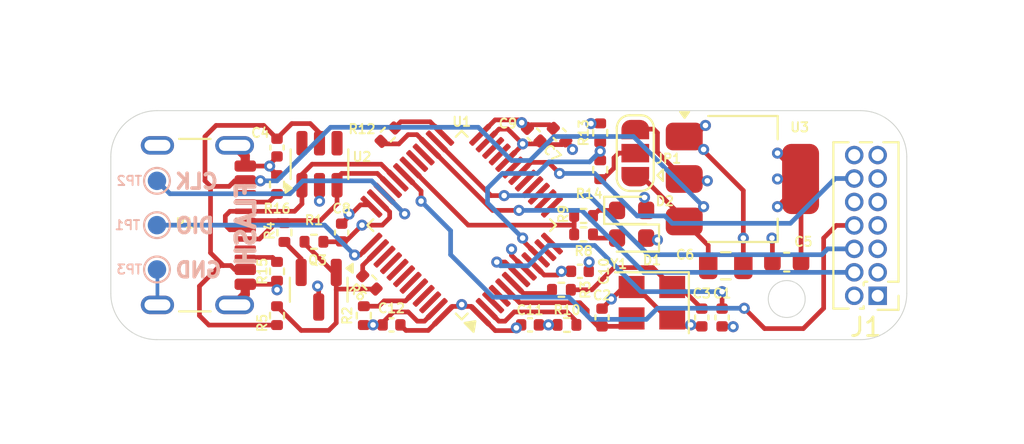
<source format=kicad_pcb>
(kicad_pcb (version 20240108) (generator "pcbnew") (generator_version "8.0")
  (layers (0 "F.Cu" signal) (1 "In1.Cu" power) (2 "In2.Cu" power) (31 "B.Cu" signal) (34 "B.Paste" user) (35 "F.Paste" user) (36 "B.SilkS" user "B.Silkscreen") (37 "F.SilkS" user "F.Silkscreen") (38 "B.Mask" user) (39 "F.Mask" user) (44 "Edge.Cuts" user))
  (net 0 "")
  (net 1 "/NRST")
  (net 2 "GND")
  (net 3 "/OSCIN")
  (net 4 "/OSCLO")
  (net 5 "VBUS")
  (net 6 "+3V3")
  (net 7 "/LEDR")
  (net 8 "/T_CLK")
  (net 9 "/T_RST")
  (net 10 "/T_SWO")
  (net 11 "/T_DIO")
  (net 12 "/SNSP")
  (net 13 "/USB_D+")
  (net 15 "/USB_D-")
  (net 16 "Net-(P1-CC1)")
  (net 17 "Net-(P1-CC2)")
  (net 19 "/RNMLOW")
  (net 20 "/BOOT0")
  (net 21 "/OSCOUT")
  (net 22 "/RENUM")
  (net 23 "/LED")
  (net 24 "Net-(U1-PC13)")
  (net 25 "Net-(U1-PB12)")
  (net 26 "/PWRSNS")
  (net 27 "/S_CLK")
  (net 28 "/S_DIO")
  (net 58 "/LEDG")
  (net 59 "Net-(Q3-B)")
  (footprint "Resistor_SMD:R_0402_1005Metric" (layer "F.Cu") (at 93.4 82.4 -90)
    (property "Reference" "R15")
    (property "Value" "5k1")
  )
  (footprint "Jumper:SolderJumper-3_P1.3mm_Open_RoundedPad1.0x1.5mm" (layer "F.Cu") (at 112.8 76 90)
    (property "Reference" "JP1")
    (property "Value" "SolderJumper_3_Open")
  )
  (footprint "Capacitor_SMD:C_0402_1005Metric" (layer "F.Cu") (at 108.7 75 -45)
    (property "Reference" "C7")
    (property "Value" "10u")
  )
  (footprint "Package_TO_SOT_SMD:SOT-23" (layer "F.Cu") (at 95.657637 83.396694 -90)
    (property "Reference" "Q3")
    (property "Value" "MMBT3904")
  )
  (footprint "Resistor_SMD:R_0402_1005Metric" (layer "F.Cu") (at 98.1 84.8 -90)
    (property "Reference" "R2")
    (property "Value" "10k")
  )
  (footprint "Capacitor_SMD:C_0402_1005Metric" (layer "F.Cu") (at 96.9 80.3 -90)
    (property "Reference" "C8")
    (property "Value" "100n")
  )
  (footprint "Resistor_SMD:R_0402_1005Metric" (layer "F.Cu") (at 108.8 83.4 180)
    (property "Reference" "R3")
    (property "Value" "330")
  )
  (footprint "Resistor_SMD:R_0402_1005Metric" (layer "F.Cu") (at 95.4 80.8)
    (property "Reference" "R1")
    (property "Value" "36k")
  )
  (footprint "Capacitor_SMD:C_0402_1005Metric" (layer "F.Cu") (at 116.4 84.9 90)
    (property "Reference" "C3")
    (property "Value" "10p")
  )
  (footprint "Resistor_SMD:R_0402_1005Metric" (layer "F.Cu") (at 110 80.4)
    (property "Reference" "R8")
    (property "Value" "1k")
  )
  (footprint "Capacitor_SMD:C_0603_1608Metric" (layer "F.Cu") (at 121 81.9 180)
    (property "Reference" "C5")
    (property "Value" "22u")
  )
  (footprint "Resistor_SMD:R_0402_1005Metric" (layer "F.Cu") (at 93.4 84.8 90)
    (property "Reference" "R5")
    (property "Value" "10k")
  )
  (footprint "Package_QFP:LQFP-48_7x7mm_P0.5mm" (layer "F.Cu") (at 103.4 79.9 135)
    (property "Reference" "U1")
    (property "Value" "STM32F103C8Tx")
  )
  (footprint "Resistor_SMD:R_0402_1005Metric" (layer "F.Cu") (at 93.4 77.7 90)
    (property "Reference" "R16")
    (property "Value" "5k1")
  )
  (footprint "Capacitor_SMD:C_0402_1005Metric" (layer "F.Cu") (at 111 84.9 -90)
    (property "Reference" "C2")
    (property "Value" "10p")
  )
  (footprint "Resistor_SMD:R_0402_1005Metric" (layer "F.Cu") (at 110.9 74.9 90)
    (property "Reference" "R13")
    (property "Value" "10k")
  )
  (footprint "Resistor_SMD:R_0402_1005Metric" (layer "F.Cu") (at 98.4 83 135)
    (property "Reference" "R6")
    (property "Value" "100")
  )
  (footprint "Connector_PinHeader_1.27mm:PinHeader_2x07_P1.27mm_Vertical" (layer "F.Cu") (at 125.925 83.725 180)
    (property "Reference" "J1")
    (property "Value" "Conn_02x07_Odd_Even")
  )
  (footprint "LED_SMD:LED_0603_1608Metric" (layer "F.Cu") (at 112.6 80.6 180)
    (property "Reference" "D1")
    (property "Value" "LEDR")
  )
  (footprint "Connector_USB:USB_C_Receptacle_GCT_USB4105-xx-A_16P_TopMnt_Horizontal" (layer "F.Cu") (at 88 79.9 -90)
    (property "Reference" "P1")
    (property "Value" "USB_C_Receptacle_USB2.0_16P")
  )
  (footprint "Package_TO_SOT_SMD:SOT-23-6" (layer "F.Cu") (at 95.7 76.6 90)
    (property "Reference" "U2")
    (property "Value" "SRV05-4")
  )
  (footprint "Capacitor_SMD:C_0402_1005Metric" (layer "F.Cu") (at 117.5 84.9 -90)
    (property "Reference" "C1")
    (property "Value" "100n")
  )
  (footprint "Capacitor_SMD:C_0402_1005Metric" (layer "F.Cu") (at 93.4 75.7 -90)
    (property "Reference" "C4")
    (property "Value" "1u")
  )
  (footprint "Capacitor_SMD:C_0402_1005Metric" (layer "F.Cu") (at 107.1 85.3)
    (property "Reference" "C11")
    (property "Value" "100n")
  )
  (footprint "Resistor_SMD:R_0402_1005Metric" (layer "F.Cu") (at 110 79.4)
    (property "Reference" "R9")
    (property "Value" "1k")
  )
  (footprint "LED_SMD:LED_0603_1608Metric" (layer "F.Cu") (at 112.6 79.1)
    (property "Reference" "D2")
    (property "Value" "LEDG")
  )
  (footprint "Capacitor_SMD:C_0402_1005Metric" (layer "F.Cu") (at 107.3 75 -45)
    (property "Reference" "C9")
    (property "Value" "100n")
  )
  (footprint "Resistor_SMD:R_0402_1005Metric" (layer "F.Cu") (at 109.1 85.3)
    (property "Reference" "R10")
    (property "Value" "10k")
  )
  (footprint "Resistor_SMD:R_0402_1005Metric" (layer "F.Cu") (at 93.8 80.3 90)
    (property "Reference" "R4")
    (property "Value" "1k5")
  )
  (footprint "Capacitor_SMD:C_0805_2012Metric" (layer "F.Cu") (at 117.7 82.1)
    (property "Reference" "C6")
    (property "Value" "22u")
  )
  (footprint "Resistor_SMD:R_0402_1005Metric" (layer "F.Cu") (at 99.4 75 45)
    (property "Reference" "R12")
    (property "Value" "100")
  )
  (footprint "Capacitor_SMD:C_0402_1005Metric" (layer "F.Cu") (at 109.8 82.4)
    (property "Reference" "C10")
    (property "Value" "100n")
  )
  (footprint "Crystal:Crystal_SMD_3225-4Pin_3.2x2.5mm" (layer "F.Cu") (at 113.7 84.1 180)
    (property "Reference" "Y1")
    (property "Value" "16MHz")
  )
  (footprint "Resistor_SMD:R_0402_1005Metric" (layer "F.Cu") (at 110.9 76.9 90)
    (property "Reference" "R14")
    (property "Value" "10k")
  )
  (footprint "Capacitor_SMD:C_0402_1005Metric" (layer "F.Cu") (at 99.6 85.3 180)
    (property "Reference" "C12")
    (property "Value" "100n")
  )
  (footprint "Package_TO_SOT_SMD:SOT-223-3_TabPin2" (layer "F.Cu") (at 118.6 77.4)
    (property "Reference" "U3")
    (property "Value" "AMS1117-3.3")
  )
  (footprint "TestPoint:TestPoint_Pad_D1.0mm" (layer "B.Cu") (at 86.9 82.3 180)
    (property "Reference" "TP3")
    (property "Value" "TestPoint")
  )
  (footprint "TestPoint:TestPoint_Pad_D1.0mm" (layer "B.Cu") (at 86.9 79.9 180)
    (property "Reference" "TP1")
    (property "Value" "TestPoint")
  )
  (footprint "TestPoint:TestPoint_Pad_D1.0mm" (layer "B.Cu") (at 86.9 77.5 180)
    (property "Reference" "TP2")
    (property "Value" "TestPoint")
  )
  (gr_line (start 127.5 76.2) (end 127.5 83.6) (stroke (width 0.05)) (layer "Edge.Cuts"))
  (gr_arc (start 86.9 86.1) (mid 85.132233 85.367767) (end 84.4 83.6) (stroke (width 0.05)) (layer "Edge.Cuts"))
  (gr_line (start 86.9 86.1) (end 125 86.1) (stroke (width 0.05)) (layer "Edge.Cuts"))
  (gr_line (start 84.4 76.2) (end 84.4 83.6) (stroke (width 0.05)) (layer "Edge.Cuts"))
  (gr_arc (start 125 73.7) (mid 126.767767 74.432233) (end 127.5 76.2) (stroke (width 0.05)) (layer "Edge.Cuts"))
  (gr_arc (start 127.5 83.6) (mid 126.767767 85.367767) (end 125 86.1) (stroke (width 0.05)) (layer "Edge.Cuts"))
  (gr_line (start 86.9 73.7) (end 125 73.7) (stroke (width 0.05)) (layer "Edge.Cuts"))
  (gr_arc (start 84.4 76.2) (mid 85.132233 74.432233) (end 86.9 73.7) (stroke (width 0.05)) (layer "Edge.Cuts"))
  (gr_circle (center 121 83.9) (end 122 83.9) (stroke (width 0.05)) (fill none) (layer "Edge.Cuts"))
  (gr_text "FLASH" (at 92.3 77.4 90) (layer "B.SilkS") (effects (font (size 1 1) (thickness 0.25) (bold yes)) (justify left bottom mirror)))
  (gr_text "GND" (at 90.5 82.8 0) (layer "B.SilkS") (effects (font (size 0.8 0.8) (thickness 0.2) (bold yes)) (justify left bottom mirror)))
  (gr_text "DIO" (at 90.1 80.4 0) (layer "B.SilkS") (effects (font (size 0.8 0.8) (thickness 0.2) (bold yes)) (justify left bottom mirror)))
  (gr_text "CLK" (at 90.3 78 0) (layer "B.SilkS") (effects (font (size 0.8 0.8) (thickness 0.2) (bold yes)) (justify left bottom mirror)))
  (segment (start 117.5 84.42) (end 117.5 83.5) (width 0.254) (layer "F.Cu") (net 1))
  (segment (start 105.3 81.9) (end 105.753554 81.9) (width 0.254) (layer "F.Cu") (net 1))
  (segment (start 105.753554 81.9) (end 106.520109 82.666555) (width 0.254) (layer "F.Cu") (net 1))
  (via (at 117.5 83.5) (size 0.6) (drill 0.3) (layers "F.Cu" "B.Cu") (net 1))
  (via (at 105.3 81.9) (size 0.6) (drill 0.3) (layers "F.Cu" "B.Cu") (net 1))
  (segment (start 107 82.1) (end 105.5 82.1) (width 0.254) (layer "B.Cu") (net 1))
  (segment (start 110.6 81) (end 108.1 81) (width 0.254) (layer "B.Cu") (net 1))
  (segment (start 105.5 82.1) (end 105.3 81.9) (width 0.254) (layer "B.Cu") (net 1))
  (segment (start 117.5 83.5) (end 113.1 83.5) (width 0.254) (layer "B.Cu") (net 1))
  (segment (start 108.1 81) (end 107 82.1) (width 0.254) (layer "B.Cu") (net 1))
  (segment (start 113.1 83.5) (end 110.6 81) (width 0.254) (layer "B.Cu") (net 1))
  (segment (start 105.41802 74.7) (end 104.752342 75.365678) (width 0.254) (layer "F.Cu") (net 2))
  (segment (start 92.909999 76.7) (end 91.68 76.7) (width 0.254) (layer "F.Cu") (net 2))
  (segment (start 105.9 74.7) (end 105.41802 74.7) (width 0.254) (layer "F.Cu") (net 2))
  (segment (start 91.68 76.155) (end 91.105 75.58) (width 0.5) (layer "F.Cu") (net 2))
  (segment (start 101 85.1) (end 100.5 84.6) (width 0.254) (layer "F.Cu") (net 2))
  (segment (start 113.387501 80.6) (end 113.487501 80.7) (width 0.254) (layer "F.Cu") (net 2))
  (segment (start 115.23 85.38) (end 114.8 84.95) (width 0.254) (layer "F.Cu") (net 2))
  (segment (start 111.5 83.9) (end 111.52 83.9) (width 0.254) (layer "F.Cu") (net 2))
  (segment (start 98.1 85.309999) (end 98.590001 85.309999) (width 0.254) (layer "F.Cu") (net 2))
  (segment (start 115.725 75.1) (end 115.45 75.1) (width 0.254) (layer "F.Cu") (net 2))
  (segment (start 99.110001 85.309999) (end 99.12 85.3) (width 0.254) (layer "F.Cu") (net 2))
  (segment (start 106.7 75.5) (end 106.7 75.53934) (width 0.254) (layer "F.Cu") (net 2))
  (segment (start 116.5 75.8) (end 116.425 75.8) (width 0.254) (layer "F.Cu") (net 2))
  (segment (start 99.1 79.9) (end 99.5 79.5) (width 0.254) (layer "F.Cu") (net 2))
  (segment (start 98.590001 85.309999) (end 98.6 85.3) (width 0.254) (layer "F.Cu") (net 2))
  (segment (start 110.28 81.92) (end 110.3 81.9) (width 0.254) (layer "F.Cu") (net 2))
  (segment (start 106.7 75.53934) (end 105.813002 76.426338) (width 0.254) (layer "F.Cu") (net 2))
  (segment (start 115.45 75.1) (end 116 75.1) (width 0.254) (layer "F.Cu") (net 2))
  (segment (start 101.38198 85.1) (end 101 85.1) (width 0.254) (layer "F.Cu") (net 2))
  (segment (start 109.4 75.8) (end 109.4 75.7) (width 0.254) (layer "F.Cu") (net 2))
  (segment (start 110.28 82.4) (end 110.28 81.92) (width 0.254) (layer "F.Cu") (net 2))
  (segment (start 98.6 85.3) (end 98.609999 85.309999) (width 0.254) (layer "F.Cu") (net 2))
  (segment (start 116 75.1) (end 116.6 74.5) (width 0.254) (layer "F.Cu") (net 2))
  (segment (start 98.609999 85.309999) (end 99.110001 85.309999) (width 0.254) (layer "F.Cu") (net 2))
  (segment (start 93.4 76.209999) (end 92.909999 76.7) (width 0.254) (layer "F.Cu") (net 2))
  (segment (start 107.639411 75.339411) (end 107.8374 75.5374) (width 0.254) (layer "F.Cu") (net 2))
  (segment (start 95.909999 80.8) (end 96.88 80.8) (width 0.254) (layer "F.Cu") (net 2))
  (segment (start 115.72 85.38) (end 115.23 85.38) (width 0.254) (layer "F.Cu") (net 2))
  (segment (start 118.08 85.38) (end 118.1 85.4) (width 0.254) (layer "F.Cu") (net 2))
  (segment (start 110.9 74.390001) (end 110.409999 74.390001) (width 0.254) (layer "F.Cu") (net 2))
  (segment (start 93 76.790001) (end 93 76.7) (width 0.254) (layer "F.Cu") (net 2))
  (segment (start 108.1 85.3) (end 108.59 85.3) (width 0.254) (layer "F.Cu") (net 2))
  (segment (start 111.52 83.9) (end 112.17 83.25) (width 0.254) (layer "F.Cu") (net 2))
  (segment (start 112.6 83.25) (end 112.85 83.25) (width 0.254) (layer "F.Cu") (net 2))
  (segment (start 118.649999 80.6) (end 118.649999 82.1) (width 0.254) (layer "F.Cu") (net 2))
  (segment (start 107.478822 75.5) (end 106.7 75.5) (width 0.254) (layer "F.Cu") (net 2))
  (segment (start 114.55 84.95) (end 114.8 84.95) (width 0.254) (layer "F.Cu") (net 2))
  (segment (start 100.5 84.6) (end 99.7 84.6) (width 0.254) (layer "F.Cu") (net 2))
  (segment (start 106.1 81.53934) (end 106.873662 82.313002) (width 0.254) (layer "F.Cu") (net 2))
  (segment (start 112.85 83.25) (end 114.55 84.95) (width 0.254) (layer "F.Cu") (net 2))
  (segment (start 106.7 75.5) (end 105.9 74.7) (width 0.254) (layer "F.Cu") (net 2))
  (segment (start 111 84.42) (end 111.5 83.92) (width 0.254) (layer "F.Cu") (net 2))
  (segment (start 93.4 82.909999) (end 93.209999 83.1) (width 0.254) (layer "F.Cu") (net 2))
  (segment (start 93.4 77.190001) (end 93 76.790001) (width 0.254) (layer "F.Cu") (net 2))
  (segment (start 107.58 85.3) (end 108.1 85.3) (width 0.254) (layer "F.Cu") (net 2))
  (segment (start 115.8 85.3) (end 115.72 85.38) (width 0.254) (layer "F.Cu") (net 2))
  (segment (start 109.4 75.7) (end 109.039411 75.339411) (width 0.254) (layer "F.Cu") (net 2))
  (segment (start 93.4 83.4) (end 93.4 82.909999) (width 0.254) (layer "F.Cu") (net 2))
  (segment (start 115.88 85.38) (end 115.8 85.3) (width 0.254) (layer "F.Cu") (net 2))
  (segment (start 116.5 75.875) (end 116.5 75.8) (width 0.254) (layer "F.Cu") (net 2))
  (segment (start 99.7 84.6) (end 99.12 85.18) (width 0.254) (layer "F.Cu") (net 2))
  (segment (start 118.649999 82.1) (end 119 82.1) (width 0.254) (layer "F.Cu") (net 2))
  (segment (start 99.12 85.18) (end 99.12 85.3) (width 0.254) (layer "F.Cu") (net 2))
  (segment (start 93.209999 83.1) (end 91.68 83.1) (width 0.254) (layer "F.Cu") (net 2))
  (segment (start 112.17 83.25) (end 112.6 83.25) (width 0.254) (layer "F.Cu") (net 2))
  (segment (start 106.1 81.2) (end 106.1 81.53934) (width 0.254) (layer "F.Cu") (net 2))
  (segment (start 102.047658 84.434322) (end 101.38198 85.1) (width 0.254) (layer "F.Cu") (net 2))
  (segment (start 113.487501 80.7) (end 114 80.7) (width 0.254) (layer "F.Cu") (net 2))
  (segment (start 99.5 79.5) (end 99.5 79.18198) (width 0.254) (layer "F.Cu") (net 2))
  (segment (start 108.841422 75.5374) (end 109.039411 75.339411) (width 0.254) (layer "F.Cu") (net 2))
  (segment (start 111.5 83.92) (end 111.5 83.9) (width 0.254) (layer "F.Cu") (net 2))
  (segment (start 120.2 80.6) (end 120.225 80.625) (width 0.254) (layer "F.Cu") (net 2))
  (segment (start 107.8374 75.5374) (end 108.841422 75.5374) (width 0.254) (layer "F.Cu") (net 2))
  (segment (start 120.225 80.625) (end 120.225 81.9) (width 0.254) (layer "F.Cu") (net 2))
  (segment (start 118.649999 78.024999) (end 116.5 75.875) (width 0.254) (layer "F.Cu") (net 2))
  (segment (start 98 79.9) (end 99.1 79.9) (width 0.254) (layer "F.Cu") (net 2))
  (segment (start 116.4 85.38) (end 115.88 85.38) (width 0.254) (layer "F.Cu") (net 2))
  (segment (start 97.12 80.78) (end 98 79.9) (width 0.254) (layer "F.Cu") (net 2))
  (segment (start 116.425 75.8) (end 115.725 75.1) (width 0.254) (layer "F.Cu") (net 2))
  (segment (start 95.7 78.6) (end 95.7 77.7375) (width 0.254) (layer "F.Cu") (net 2))
  (segment (start 93.4 76.18) (end 93.4 76.209999) (width 0.254) (layer "F.Cu") (net 2))
  (segment (start 96.9 80.78) (end 97.12 80.78) (width 0.254) (layer "F.Cu") (net 2))
  (segment (start 91.105 84.22) (end 91.68 83.645) (width 0.5) (layer "F.Cu") (net 2))
  (segment (start 91.68 76.7) (end 91.68 76.155) (width 0.5) (layer "F.Cu") (net 2))
  (segment (start 118.649999 80.6) (end 118.649999 78.024999) (width 0.254) (layer "F.Cu") (net 2))
  (segment (start 107.639411 75.339411) (end 107.478822 75.5) (width 0.254) (layer "F.Cu") (net 2))
  (segment (start 91.68 83.645) (end 91.68 83.1) (width 0.5) (layer "F.Cu") (net 2))
  (segment (start 92.909999 76.7) (end 92.909999 76.7) (width 0.254) (layer "F.Cu") (net 2))
  (segment (start 93 76.7) (end 92.909999 76.7) (width 0.254) (layer "F.Cu") (net 2))
  (segment (start 117.5 85.38) (end 118.08 85.38) (width 0.254) (layer "F.Cu") (net 2))
  (segment (start 96.88 80.8) (end 96.9 80.78) (width 0.254) (layer "F.Cu") (net 2))
  (segment (start 110.409999 74.390001) (end 110.4 74.4) (width 0.254) (layer "F.Cu") (net 2))
  (segment (start 99.5 79.18198) (end 98.865678 78.547658) (width 0.254) (layer "F.Cu") (net 2))
  (segment (start 120.1 81.9) (end 120.225 81.9) (width 0.254) (layer "F.Cu") (net 2))
  (via (at 120.2 80.6) (size 0.6) (drill 0.3) (layers "F.Cu" "B.Cu") (net 2))
  (via (at 115.8 85.3) (size 0.6) (drill 0.3) (layers "F.Cu" "B.Cu") (net 2))
  (via (at 108.1 85.3) (size 0.6) (drill 0.3) (layers "F.Cu" "B.Cu") (net 2))
  (via (at 110.4 74.4) (size 0.6) (drill 0.3) (layers "F.Cu" "B.Cu") (net 2))
  (via (at 106.7 75.5) (size 0.6) (drill 0.3) (layers "F.Cu" "B.Cu") (net 2))
  (via (at 109.4 75.8) (size 0.6) (drill 0.3) (layers "F.Cu" "B.Cu") (net 2))
  (via (at 118.649999 80.6) (size 0.6) (drill 0.3) (layers "F.Cu" "B.Cu") (net 2))
  (via (at 111.5 83.9) (size 0.6) (drill 0.3) (layers "F.Cu" "B.Cu") (net 2))
  (via (at 114 80.7) (size 0.6) (drill 0.3) (layers "F.Cu" "B.Cu") (net 2))
  (via (at 116.5 75.8) (size 0.6) (drill 0.3) (layers "F.Cu" "B.Cu") (net 2))
  (via (at 95.7 78.6) (size 0.6) (drill 0.3) (layers "F.Cu" "B.Cu") (net 2))
  (via (at 116.6 74.5) (size 0.6) (drill 0.3) (layers "F.Cu" "B.Cu") (net 2))
  (via (at 98.6 85.3) (size 0.6) (drill 0.3) (layers "F.Cu" "B.Cu") (net 2))
  (via (at 106.1 81.2) (size 0.6) (drill 0.3) (layers "F.Cu" "B.Cu") (net 2))
  (via (at 110.3 81.9) (size 0.6) (drill 0.3) (layers "F.Cu" "B.Cu") (net 2))
  (via (at 98 79.9) (size 0.6) (drill 0.3) (layers "F.Cu" "B.Cu") (net 2))
  (via (at 93.4 83.4) (size 0.6) (drill 0.3) (layers "F.Cu" "B.Cu") (net 2))
  (via (at 93 76.7) (size 0.6) (drill 0.3) (layers "F.Cu" "B.Cu") (net 2))
  (via (at 118.1 85.4) (size 0.6) (drill 0.3) (layers "F.Cu" "B.Cu") (net 2))
  (segment (start 86.925 82.325) (end 86.9 82.3) (width 0.2) (layer "B.Cu") (net 2))
  (segment (start 86.925 84.22) (end 86.925 82.325) (width 0.2) (layer "B.Cu") (net 2))
  (segment (start 112.17 85.38) (end 112.6 84.95) (width 0.254) (layer "F.Cu") (net 3))
  (segment (start 111 85.38) (end 112.17 85.38) (width 0.254) (layer "F.Cu") (net 3))
  (segment (start 110.2 84.8) (end 110.78 85.38) (width 0.254) (layer "F.Cu") (net 3))
  (segment (start 110.78 85.38) (end 111 85.38) (width 0.254) (layer "F.Cu") (net 3))
  (segment (start 109.8 84.1) (end 110.2 84.5) (width 0.254) (layer "F.Cu") (net 3))
  (segment (start 106.53934 84.1) (end 109.8 84.1) (width 0.254) (layer "F.Cu") (net 3))
  (segment (start 105.813002 83.373662) (end 106.53934 84.1) (width 0.254) (layer "F.Cu") (net 3))
  (segment (start 110.2 84.5) (end 110.2 84.8) (width 0.254) (layer "F.Cu") (net 3))
  (segment (start 113.75 82.2) (end 111.65 82.2) (width 0.254) (layer "F.Cu") (net 4))
  (segment (start 116.4 84.42) (end 115.23 83.25) (width 0.254) (layer "F.Cu") (net 4))
  (segment (start 115.23 83.25) (end 114.8 83.25) (width 0.254) (layer "F.Cu") (net 4))
  (segment (start 110.45 83.4) (end 109.309999 83.4) (width 0.254) (layer "F.Cu") (net 4))
  (segment (start 114.8 83.25) (end 113.75 82.2) (width 0.254) (layer "F.Cu") (net 4))
  (segment (start 111.65 82.2) (end 110.45 83.4) (width 0.254) (layer "F.Cu") (net 4))
  (segment (start 115.7 79.7) (end 115.45 79.7) (width 0.254) (layer "F.Cu") (net 5))
  (segment (start 91.107778 82.3) (end 91.68 82.3) (width 0.254) (layer "F.Cu") (net 5))
  (segment (start 89.8 81.4) (end 90.488 82.088) (width 0.254) (layer "F.Cu") (net 5))
  (segment (start 116.750001 82.1) (end 116.750001 81.000001) (width 0.254) (layer "F.Cu") (net 5))
  (segment (start 89.2 83.202222) (end 90.314222 82.088) (width 0.254) (layer "F.Cu") (net 5))
  (segment (start 89.8 77.8) (end 89.8 81.4) (width 0.254) (layer "F.Cu") (net 5))
  (segment (start 89.8 77.8) (end 90.807778 77.8) (width 0.254) (layer "F.Cu") (net 5))
  (segment (start 91.68 77.5) (end 92.5 77.5) (width 0.254) (layer "F.Cu") (net 5))
  (segment (start 93.4 75.22) (end 92.68 74.5) (width 0.254) (layer "F.Cu") (net 5))
  (segment (start 89.2 84.8) (end 89.2 83.202222) (width 0.254) (layer "F.Cu") (net 5))
  (segment (start 93.4 75.2) (end 94.2 74.4) (width 0.254) (layer "F.Cu") (net 5))
  (segment (start 92.68 74.5) (end 90.1 74.5) (width 0.254) (layer "F.Cu") (net 5))
  (segment (start 93.4 75.22) (end 93.4 75.2) (width 0.254) (layer "F.Cu") (net 5))
  (segment (start 116.5 78.9) (end 115.7 79.7) (width 0.254) (layer "F.Cu") (net 5))
  (segment (start 91.107778 77.5) (end 91.68 77.5) (width 0.254) (layer "F.Cu") (net 5))
  (segment (start 93.4 85.309999) (end 89.709999 85.309999) (width 0.254) (layer "F.Cu") (net 5))
  (segment (start 90.314222 82.088) (end 90.488 82.088) (width 0.254) (layer "F.Cu") (net 5))
  (segment (start 113.186712 77.3) (end 115.45 79.563288) (width 0.254) (layer "F.Cu") (net 5))
  (segment (start 89.5 77.5) (end 89.8 77.8) (width 0.254) (layer "F.Cu") (net 5))
  (segment (start 95.7 74.9) (end 95.7 75.4625) (width 0.254) (layer "F.Cu") (net 5))
  (segment (start 90.1 74.5) (end 89.5 75.1) (width 0.254) (layer "F.Cu") (net 5))
  (segment (start 116.750001 81.000001) (end 115.45 79.7) (width 0.254) (layer "F.Cu") (net 5))
  (segment (start 90.807778 77.8) (end 91.107778 77.5) (width 0.254) (layer "F.Cu") (net 5))
  (segment (start 89.709999 85.309999) (end 89.2 84.8) (width 0.254) (layer "F.Cu") (net 5))
  (segment (start 94.2 74.4) (end 95.2 74.4) (width 0.254) (layer "F.Cu") (net 5))
  (segment (start 115.45 79.563288) (end 115.45 79.7) (width 0.254) (layer "F.Cu") (net 5))
  (segment (start 90.895778 82.088) (end 91.107778 82.3) (width 0.254) (layer "F.Cu") (net 5))
  (segment (start 112.8 77.3) (end 113.186712 77.3) (width 0.254) (layer "F.Cu") (net 5))
  (segment (start 89.5 75.1) (end 89.5 77.5) (width 0.254) (layer "F.Cu") (net 5))
  (segment (start 90.488 82.088) (end 90.895778 82.088) (width 0.254) (layer "F.Cu") (net 5))
  (segment (start 95.2 74.4) (end 95.7 74.9) (width 0.254) (layer "F.Cu") (net 5))
  (via (at 92.5 77.5) (size 0.6) (drill 0.3) (layers "F.Cu" "B.Cu") (net 5))
  (via (at 116.5 78.9) (size 0.6) (drill 0.3) (layers "F.Cu" "B.Cu") (net 5))
  (segment (start 112.7 75.1) (end 108.4 75.1) (width 0.254) (layer "B.Cu") (net 5))
  (segment (start 108.4 75.1) (end 107.1 76.4) (width 0.254) (layer "B.Cu") (net 5))
  (segment (start 116.5 78.9) (end 112.7 75.1) (width 0.254) (layer "B.Cu") (net 5))
  (segment (start 104.3 74.6) (end 96.3 74.6) (width 0.254) (layer "B.Cu") (net 5))
  (segment (start 93.4 77.5) (end 92.5 77.5) (width 0.254) (layer "B.Cu") (net 5))
  (segment (start 106.1 76.4) (end 104.3 74.6) (width 0.254) (layer "B.Cu") (net 5))
  (segment (start 96.3 74.6) (end 93.4 77.5) (width 0.254) (layer "B.Cu") (net 5))
  (segment (start 107.1 76.4) (end 106.1 76.4) (width 0.254) (layer "B.Cu") (net 5))
  (segment (start 113.387501 78.487501) (end 113.387501 79.1) (width 0.254) (layer "F.Cu") (net 6))
  (segment (start 103.910912 84.3) (end 103.5 84.3) (width 0.254) (layer "F.Cu") (net 6))
  (segment (start 115.450001 77.4) (end 116.6 77.4) (width 0.254) (layer "F.Cu") (net 6))
  (segment (start 106.5 74.2) (end 106.65 74.35) (width 0.254) (layer "F.Cu") (net 6))
  (segment (start 107.158578 74.4626) (end 106.960589 74.660589) (width 0.254) (layer "F.Cu") (net 6))
  (segment (start 106.960589 74.660589) (end 106.65 74.35) (width 0.254) (layer "F.Cu") (net 6))
  (segment (start 116.6 77.4) (end 116.7 77.5) (width 0.254) (layer "F.Cu") (net 6))
  (segment (start 100.08 85.3) (end 100.38 85.6) (width 0.254) (layer "F.Cu") (net 6))
  (segment (start 95.657637 84.334195) (end 95.657637 83.257637) (width 0.254) (layer "F.Cu") (net 6))
  (segment (start 121.749999 77.249999) (end 120.5 76) (width 0.254) (layer "F.Cu") (net 6))
  (segment (start 103.3 84.3) (end 102.889088 84.3) (width 0.254) (layer "F.Cu") (net 6))
  (segment (start 101.589088 85.6) (end 102.401212 84.787876) (width 0.254) (layer "F.Cu") (net 6))
  (segment (start 96.9 79.82) (end 97.3 79.42) (width 0.254) (layer "F.Cu") (net 6))
  (segment (start 109.32 82.4) (end 108.8 82.4) (width 0.254) (layer "F.Cu") (net 6))
  (segment (start 103.5 84.3) (end 103.4 84.2) (width 0.254) (layer "F.Cu") (net 6))
  (segment (start 108.6 82.6) (end 107.867766 82.6) (width 0.254) (layer "F.Cu") (net 6))
  (segment (start 108.8 82.4) (end 108.6 82.6) (width 0.254) (layer "F.Cu") (net 6))
  (segment (start 108.1626 74.4626) (end 107.158578 74.4626) (width 0.254) (layer "F.Cu") (net 6))
  (segment (start 104.398788 84.787876) (end 103.910912 84.3) (width 0.254) (layer "F.Cu") (net 6))
  (segment (start 106.36 85.46) (end 106.52 85.3) (width 0.254) (layer "F.Cu") (net 6))
  (segment (start 107.867766 82.6) (end 107.227215 81.959449) (width 0.254) (layer "F.Cu") (net 6))
  (segment (start 97.3 79.42) (end 97.3 79.3) (width 0.254) (layer "F.Cu") (net 6))
  (segment (start 113.8 74.7) (end 114 74.9) (width 0.254) (layer "F.Cu") (net 6))
  (segment (start 105.220912 85.61) (end 104.398788 84.787876) (width 0.254) (layer "F.Cu") (net 6))
  (segment (start 121.749999 77.4) (end 120.5 77.4) (width 0.254) (layer "F.Cu") (net 6))
  (segment (start 106.21 85.61) (end 105.220912 85.61) (width 0.254) (layer "F.Cu") (net 6))
  (segment (start 121.749999 77.4) (end 121.749999 77.650001) (width 0.254) (layer "F.Cu") (net 6))
  (segment (start 114 74.9) (end 114 75.949999) (width 0.254) (layer "F.Cu") (net 6))
  (segment (start 112.8 74.7) (end 113.8 74.7) (width 0.254) (layer "F.Cu") (net 6))
  (segment (start 97.42 79.3) (end 97.92 78.8) (width 0.254) (layer "F.Cu") (net 6))
  (segment (start 102.889088 84.3) (end 102.401212 84.787876) (width 0.254) (layer "F.Cu") (net 6))
  (segment (start 97.3 79.3) (end 97.42 79.3) (width 0.254) (layer "F.Cu") (net 6))
  (segment (start 121.749999 77.4) (end 121.749999 77.249999) (width 0.254) (layer "F.Cu") (net 6))
  (segment (start 121.775 77.425001) (end 121.749999 77.4) (width 0.254) (layer "F.Cu") (net 6))
  (segment (start 121.749999 77.650001) (end 120.5 78.9) (width 0.254) (layer "F.Cu") (net 6))
  (segment (start 108.360589 74.660589) (end 108.1626 74.4626) (width 0.254) (layer "F.Cu") (net 6))
  (segment (start 106.36 85.46) (end 106.21 85.61) (width 0.254) (layer "F.Cu") (net 6))
  (segment (start 113.3 78.4) (end 113.387501 78.487501) (width 0.254) (layer "F.Cu") (net 6))
  (segment (start 114 75.949999) (end 115.450001 77.4) (width 0.254) (layer "F.Cu") (net 6))
  (segment (start 95.657637 83.257637) (end 95.6 83.2) (width 0.254) (layer "F.Cu") (net 6))
  (segment (start 97.92 78.8) (end 98.410912 78.8) (width 0.254) (layer "F.Cu") (net 6))
  (segment (start 121.775 81.9) (end 121.775 77.425001) (width 0.254) (layer "F.Cu") (net 6))
  (segment (start 105.210912 74.2) (end 106.5 74.2) (width 0.254) (layer "F.Cu") (net 6))
  (segment (start 103.4 84.2) (end 103.3 84.3) (width 0.254) (layer "F.Cu") (net 6))
  (segment (start 106.52 85.3) (end 106.62 85.3) (width 0.254) (layer "F.Cu") (net 6))
  (segment (start 100.38 85.6) (end 101.589088 85.6) (width 0.254) (layer "F.Cu") (net 6))
  (segment (start 104.398788 75.012124) (end 105.210912 74.2) (width 0.254) (layer "F.Cu") (net 6))
  (segment (start 98.410912 78.8) (end 98.512124 78.901212) (width 0.254) (layer "F.Cu") (net 6))
  (via (at 103.4 84.2) (size 0.6) (drill 0.3) (layers "F.Cu" "B.Cu") (net 6))
  (via (at 97.3 79.3) (size 0.6) (drill 0.3) (layers "F.Cu" "B.Cu") (net 6))
  (via (at 120.5 78.9) (size 0.6) (drill 0.3) (layers "F.Cu" "B.Cu") (net 6))
  (via (at 120.5 76) (size 0.6) (drill 0.3) (layers "F.Cu" "B.Cu") (net 6))
  (via (at 106.36 85.46) (size 0.6) (drill 0.3) (layers "F.Cu" "B.Cu") (net 6))
  (via (at 95.6 83.2) (size 0.6) (drill 0.3) (layers "F.Cu" "B.Cu") (net 6))
  (via (at 120.5 77.4) (size 0.6) (drill 0.3) (layers "F.Cu" "B.Cu") (net 6))
  (via (at 106.65 74.35) (size 0.6) (drill 0.3) (layers "F.Cu" "B.Cu") (net 6))
  (via (at 113.3 78.4) (size 0.6) (drill 0.3) (layers "F.Cu" "B.Cu") (net 6))
  (via (at 116.7 77.5) (size 0.6) (drill 0.3) (layers "F.Cu" "B.Cu") (net 6))
  (via (at 108.8 82.4) (size 0.6) (drill 0.3) (layers "F.Cu" "B.Cu") (net 6))
  (segment (start 110.71 80.6) (end 110.51 80.4) (width 0.254) (layer "F.Cu") (net 7))
  (segment (start 111.812499 80.6) (end 110.71 80.6) (width 0.254) (layer "F.Cu") (net 7))
  (segment (start 105.7 78.3) (end 104.98198 78.3) (width 0.254) (layer "F.Cu") (net 8))
  (segment (start 104.98198 78.3) (end 102.047658 75.365678) (width 0.254) (layer "F.Cu") (net 8))
  (via (at 105.7 78.3) (size 0.6) (drill 0.3) (layers "F.Cu" "B.Cu") (net 8))
  (segment (start 110.3 78.3) (end 113.5 81.5) (width 0.254) (layer "B.Cu") (net 8))
  (segment (start 113.5 81.5) (end 122.9 81.5) (width 0.254) (layer "B.Cu") (net 8))
  (segment (start 105.7 78.3) (end 110.3 78.3) (width 0.254) (layer "B.Cu") (net 8))
  (segment (start 123.215 81.185) (end 124.655 81.185) (width 0.254) (layer "B.Cu") (net 8))
  (segment (start 122.9 81.5) (end 123.215 81.185) (width 0.254) (layer "B.Cu") (net 8))
  (segment (start 106.520109 77.133445) (end 107.153554 76.5) (width 0.254) (layer "F.Cu") (net 9))
  (segment (start 107.153554 76.5) (end 107.9 76.5) (width 0.254) (layer "F.Cu") (net 9))
  (segment (start 107.9 76.5) (end 108.1 76.5) (width 0.254) (layer "F.Cu") (net 9))
  (segment (start 108.1 76.5) (end 108.7 77.1) (width 0.254) (layer "F.Cu") (net 9))
  (via (at 108.7 77.1) (size 0.6) (drill 0.3) (layers "F.Cu" "B.Cu") (net 9))
  (segment (start 108.7 77.1) (end 110.6 77.1) (width 0.254) (layer "B.Cu") (net 9))
  (segment (start 114.4 79.4) (end 114.8 79.8) (width 0.254) (layer "B.Cu") (net 9))
  (segment (start 112.9 79.4) (end 114.4 79.4) (width 0.254) (layer "B.Cu") (net 9))
  (segment (start 110.6 77.1) (end 112.9 79.4) (width 0.254) (layer "B.Cu") (net 9))
  (segment (start 121.2 79.8) (end 123.625 77.375) (width 0.254) (layer "B.Cu") (net 9))
  (segment (start 114.8 79.8) (end 121.2 79.8) (width 0.254) (layer "B.Cu") (net 9))
  (segment (start 123.625 77.375) (end 124.655 77.375) (width 0.254) (layer "B.Cu") (net 9))
  (segment (start 101.2 78.053554) (end 100.279891 77.133445) (width 0.254) (layer "F.Cu") (net 10))
  (segment (start 123.685 79.915) (end 124.655 79.915) (width 0.254) (layer "F.Cu") (net 10))
  (segment (start 121.9 85.5) (end 123 84.4) (width 0.254) (layer "F.Cu") (net 10))
  (segment (start 123 84.4) (end 123 80.6) (width 0.254) (layer "F.Cu") (net 10))
  (segment (start 101.2 78.6) (end 101.2 78.053554) (width 0.254) (layer "F.Cu") (net 10))
  (segment (start 118.7 84.4) (end 119.8 85.5) (width 0.254) (layer "F.Cu") (net 10))
  (segment (start 123 80.6) (end 123.685 79.915) (width 0.254) (layer "F.Cu") (net 10))
  (segment (start 119.8 85.5) (end 121.9 85.5) (width 0.254) (layer "F.Cu") (net 10))
  (via (at 118.7 84.4) (size 0.6) (drill 0.3) (layers "F.Cu" "B.Cu") (net 10))
  (via (at 101.2 78.6) (size 0.6) (drill 0.3) (layers "F.Cu" "B.Cu") (net 10))
  (segment (start 110.4 85) (end 109.2 83.8) (width 0.254) (layer "B.Cu") (net 10))
  (segment (start 105.1 83.8) (end 102.8 81.5) (width 0.254) (layer "B.Cu") (net 10))
  (segment (start 114 84.4) (end 113.4 85) (width 0.254) (layer "B.Cu") (net 10))
  (segment (start 102.8 81.5) (end 102.8 80.2) (width 0.254) (layer "B.Cu") (net 10))
  (segment (start 109.2 83.8) (end 105.1 83.8) (width 0.254) (layer "B.Cu") (net 10))
  (segment (start 118.7 84.4) (end 114 84.4) (width 0.254) (layer "B.Cu") (net 10))
  (segment (start 102.8 80.2) (end 101.2 78.6) (width 0.254) (layer "B.Cu") (net 10))
  (segment (start 113.4 85) (end 110.4 85) (width 0.254) (layer "B.Cu") (net 10))
  (segment (start 100 75.5) (end 100.5 75) (width 0.254) (layer "F.Cu") (net 11))
  (segment (start 99.178752 75.5) (end 100 75.5) (width 0.254) (layer "F.Cu") (net 11))
  (segment (start 106.5 79.1) (end 105.074874 79.1) (width 0.254) (layer "F.Cu") (net 11))
  (segment (start 100.5 75) (end 100.974874 75) (width 0.254) (layer "F.Cu") (net 11))
  (segment (start 100.974874 75) (end 101.694105 75.719231) (width 0.254) (layer "F.Cu") (net 11))
  (segment (start 105.074874 79.1) (end 101.694105 75.719231) (width 0.254) (layer "F.Cu") (net 11))
  (segment (start 99.039376 75.360624) (end 99.178752 75.5) (width 0.254) (layer "F.Cu") (net 11))
  (via (at 106.5 79.1) (size 0.6) (drill 0.3) (layers "F.Cu" "B.Cu") (net 11))
  (segment (start 113.255 82.455) (end 109.9 79.1) (width 0.254) (layer "B.Cu") (net 11))
  (segment (start 124.655 82.455) (end 113.255 82.455) (width 0.254) (layer "B.Cu") (net 11))
  (segment (start 109.9 79.1) (end 106.5 79.1) (width 0.254) (layer "B.Cu") (net 11))
  (segment (start 110.9 77.409999) (end 111.045 77.409999) (width 0.254) (layer "F.Cu") (net 12))
  (segment (start 111.647 76.253) (end 111.9 76) (width 0.254) (layer "F.Cu") (net 12))
  (segment (start 111.9 76) (end 112.8 76) (width 0.254) (layer "F.Cu") (net 12))
  (segment (start 111.647 76.807999) (end 111.647 76.253) (width 0.254) (layer "F.Cu") (net 12))
  (segment (start 111.045 77.409999) (end 111.647 76.807999) (width 0.254) (layer "F.Cu") (net 12))
  (segment (start 99.572785 77.840551) (end 98.832234 77.1) (width 0.254) (layer "F.Cu") (net 13))
  (segment (start 91.68 80.65) (end 92.45 80.65) (width 0.254) (layer "F.Cu") (net 13))
  (segment (start 96.649999 77.350001) (end 96.649999 77.7375) (width 0.254) (layer "F.Cu") (net 13))
  (segment (start 92.45 80.65) (end 93.45 79.65) (width 0.254) (layer "F.Cu") (net 13))
  (segment (start 91.68 79.65) (end 93.5 79.65) (width 0.254) (layer "F.Cu") (net 13))
  (segment (start 96.9 77.1) (end 96.649999 77.350001) (width 0.254) (layer "F.Cu") (net 13))
  (segment (start 96.649999 78.750001) (end 96.649999 77.7375) (width 0.254) (layer "F.Cu") (net 13))
  (segment (start 95.75 79.65) (end 96.649999 78.750001) (width 0.254) (layer "F.Cu") (net 13))
  (segment (start 93.45 79.65) (end 93.5 79.65) (width 0.254) (layer "F.Cu") (net 13))
  (segment (start 98.832234 77.1) (end 96.9 77.1) (width 0.254) (layer "F.Cu") (net 13))
  (segment (start 93.5 79.65) (end 95.75 79.65) (width 0.254) (layer "F.Cu") (net 13))
  (segment (start 99.03934 76.6) (end 95.3 76.6) (width 0.254) (layer "F.Cu") (net 15))
  (segment (start 94.750001 77.7375) (end 94.750001 78.749999) (width 0.254) (layer "F.Cu") (net 15))
  (segment (start 94.750001 78.749999) (end 94.35 79.15) (width 0.254) (layer "F.Cu") (net 15))
  (segment (start 94.35 79.15) (end 91.68 79.15) (width 0.254) (layer "F.Cu") (net 15))
  (segment (start 99.926338 77.486998) (end 99.03934 76.6) (width 0.254) (layer "F.Cu") (net 15))
  (segment (start 90.6 79.9) (end 90.6 79.4) (width 0.254) (layer "F.Cu") (net 15))
  (segment (start 90.85 80.15) (end 90.6 79.9) (width 0.254) (layer "F.Cu") (net 15))
  (segment (start 90.6 79.4) (end 90.85 79.15) (width 0.254) (layer "F.Cu") (net 15))
  (segment (start 91.68 80.15) (end 90.85 80.15) (width 0.254) (layer "F.Cu") (net 15))
  (segment (start 95.3 76.6) (end 94.750001 77.149999) (width 0.254) (layer "F.Cu") (net 15))
  (segment (start 94.750001 77.149999) (end 94.750001 77.7375) (width 0.254) (layer "F.Cu") (net 15))
  (segment (start 90.85 79.15) (end 91.68 79.15) (width 0.254) (layer "F.Cu") (net 15))
  (segment (start 92.959999 78.65) (end 91.679999 78.65) (width 0.254) (layer "F.Cu") (net 16))
  (segment (start 93.4 78.209999) (end 92.959999 78.65) (width 0.254) (layer "F.Cu") (net 16))
  (segment (start 91.68 81.65) (end 93.159999 81.65) (width 0.254) (layer "F.Cu") (net 17))
  (segment (start 93.159999 81.65) (end 93.4 81.890001) (width 0.254) (layer "F.Cu") (net 17))
  (segment (start 94.707637 82.459194) (end 94.707637 81.717636) (width 0.254) (layer "F.Cu") (net 19))
  (segment (start 94.707637 81.717636) (end 93.8 80.809999) (width 0.254) (layer "F.Cu") (net 19))
  (segment (start 99.2 84) (end 100.36066 84) (width 0.254) (layer "F.Cu") (net 20))
  (segment (start 98.1 84.290001) (end 98.909999 84.290001) (width 0.254) (layer "F.Cu") (net 20))
  (segment (start 98.909999 84.290001) (end 99.2 84) (width 0.254) (layer "F.Cu") (net 20))
  (segment (start 100.36066 84) (end 100.986998 83.373662) (width 0.254) (layer "F.Cu") (net 20))
  (segment (start 106.166555 83.020109) (end 106.746446 83.6) (width 0.254) (layer "F.Cu") (net 21))
  (segment (start 106.746446 83.6) (end 108.090001 83.6) (width 0.254) (layer "F.Cu") (net 21))
  (segment (start 108.090001 83.6) (end 108.290001 83.4) (width 0.254) (layer "F.Cu") (net 21))
  (segment (start 98.039376 82.078644) (end 98.865678 81.252342) (width 0.254) (layer "F.Cu") (net 22))
  (segment (start 98.039376 82.639376) (end 98.039376 82.078644) (width 0.254) (layer "F.Cu") (net 22))
  (segment (start 109.49 79.9) (end 109.49 80.4) (width 0.254) (layer "F.Cu") (net 23))
  (segment (start 109.49 79.4) (end 109.49 79.9) (width 0.254) (layer "F.Cu") (net 23))
  (segment (start 100.633445 76.779891) (end 103.753554 79.9) (width 0.254) (layer "F.Cu") (net 23))
  (segment (start 103.753554 79.9) (end 109.49 79.9) (width 0.254) (layer "F.Cu") (net 23))
  (segment (start 109.61 85.11) (end 109.1 84.6) (width 0.254) (layer "F.Cu") (net 24))
  (segment (start 109.1 84.6) (end 106.245682 84.6) (width 0.254) (layer "F.Cu") (net 24))
  (segment (start 105.41802 85.1) (end 104.752342 84.434322) (width 0.254) (layer "F.Cu") (net 24))
  (segment (start 109.61 85.3) (end 109.61 85.11) (width 0.254) (layer "F.Cu") (net 24))
  (segment (start 105.745682 85.1) (end 105.41802 85.1) (width 0.254) (layer "F.Cu") (net 24))
  (segment (start 106.245682 84.6) (end 105.745682 85.1) (width 0.254) (layer "F.Cu") (net 24))
  (segment (start 101.689088 74.3) (end 102.401212 75.012124) (width 0.254) (layer "F.Cu") (net 25))
  (segment (start 100.1 74.3) (end 101.689088 74.3) (width 0.254) (layer "F.Cu") (net 25))
  (segment (start 99.760624 74.639376) (end 100.1 74.3) (width 0.254) (layer "F.Cu") (net 25))
  (segment (start 110.9 76.390001) (end 110.9 75.9) (width 0.254) (layer "F.Cu") (net 26))
  (segment (start 106.7 80.725126) (end 106.7 80.6) (width 0.254) (layer "F.Cu") (net 26))
  (segment (start 110.9 75.9) (end 110.9 75.409999) (width 0.254) (layer "F.Cu") (net 26))
  (segment (start 107.580769 81.605895) (end 106.7 80.725126) (width 0.254) (layer "F.Cu") (net 26))
  (via (at 106.7 80.6) (size 0.6) (drill 0.3) (layers "F.Cu" "B.Cu") (net 26))
  (via (at 110.9 75.9) (size 0.6) (drill 0.3) (layers "F.Cu" "B.Cu") (net 26))
  (segment (start 107.5 77.1) (end 108.127 76.473) (width 0.254) (layer "B.Cu") (net 26))
  (segment (start 105.6 77.1) (end 107.5 77.1) (width 0.254) (layer "B.Cu") (net 26))
  (segment (start 104.8 78.7) (end 104.8 77.9) (width 0.254) (layer "B.Cu") (net 26))
  (segment (start 108.127 76.473) (end 110.327 76.473) (width 0.254) (layer "B.Cu") (net 26))
  (segment (start 104.8 77.9) (end 105.6 77.1) (width 0.254) (layer "B.Cu") (net 26))
  (segment (start 106.7 80.6) (end 104.8 78.7) (width 0.254) (layer "B.Cu") (net 26))
  (segment (start 110.327 76.473) (end 110.9 75.9) (width 0.254) (layer "B.Cu") (net 26))
  (segment (start 97.892768 81.518144) (end 98.512124 80.898788) (width 0.254) (layer "F.Cu") (net 27))
  (segment (start 97.6 81.518144) (end 97.892768 81.518144) (width 0.254) (layer "F.Cu") (net 27))
  (via (at 97.6 81.518144) (size 0.6) (drill 0.3) (layers "F.Cu" "B.Cu") (net 27))
  (segment (start 97.6 81.518144) (end 95.981856 79.9) (width 0.254) (layer "B.Cu") (net 27))
  (segment (start 95.981856 79.9) (end 86.9 79.9) (width 0.254) (layer "B.Cu") (net 27))
  (segment (start 100.312563 79.287437) (end 99.219231 78.194105) (width 0.254) (layer "F.Cu") (net 28))
  (via (at 100.312563 79.287437) (size 0.6) (drill 0.3) (layers "F.Cu" "B.Cu") (net 28))
  (segment (start 100.312563 79.287437) (end 98.525126 77.5) (width 0.254) (layer "B.Cu") (net 28))
  (segment (start 98.525126 77.5) (end 94.8 77.5) (width 0.254) (layer "B.Cu") (net 28))
  (segment (start 94.1 78.2) (end 87.6 78.2) (width 0.254) (layer "B.Cu") (net 28))
  (segment (start 87.6 78.2) (end 86.9 77.5) (width 0.254) (layer "B.Cu") (net 28))
  (segment (start 94.8 77.5) (end 94.1 78.2) (width 0.254) (layer "B.Cu") (net 28))
  (segment (start 110.51 79.4) (end 110.81 79.1) (width 0.254) (layer "F.Cu") (net 58))
  (segment (start 110.81 79.1) (end 111.812499 79.1) (width 0.254) (layer "F.Cu") (net 58))
  (segment (start 96.2 85.6) (end 96.607637 85.192363) (width 0.254) (layer "F.Cu") (net 59))
  (segment (start 98.760624 83.360624) (end 96.647013 83.360624) (width 0.254) (layer "F.Cu") (net 59))
  (segment (start 96.607637 83.4) (end 96.607637 82.459194) (width 0.254) (layer "F.Cu") (net 59))
  (segment (start 94.890001 80.890001) (end 96.459194 82.459194) (width 0.254) (layer "F.Cu") (net 59))
  (segment (start 94.709999 85.6) (end 96.2 85.6) (width 0.254) (layer "F.Cu") (net 59))
  (segment (start 96.647013 83.360624) (end 96.607637 83.4) (width 0.254) (layer "F.Cu") (net 59))
  (segment (start 96.607637 85.192363) (end 96.607637 83.4) (width 0.254) (layer "F.Cu") (net 59))
  (segment (start 93.4 84.290001) (end 94.709999 85.6) (width 0.254) (layer "F.Cu") (net 59))
  (segment (start 96.459194 82.459194) (end 96.607637 82.459194) (width 0.254) (layer "F.Cu") (net 59))
  (segment (start 94.890001 80.8) (end 94.890001 80.890001) (width 0.254) (layer "F.Cu") (net 59))
)
</source>
